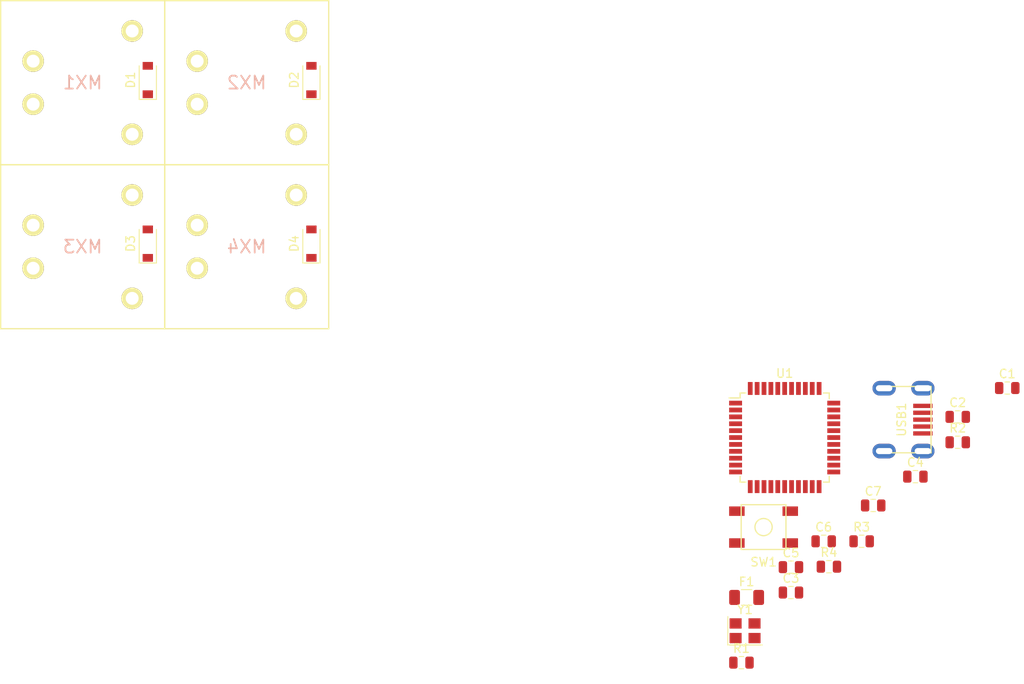
<source format=kicad_pcb>
(kicad_pcb (version 20171130) (host pcbnew "(5.1.2)-2")

  (general
    (thickness 1.6)
    (drawings 0)
    (tracks 0)
    (zones 0)
    (modules 24)
    (nets 49)
  )

  (page A4)
  (layers
    (0 F.Cu signal)
    (31 B.Cu signal)
    (32 B.Adhes user)
    (33 F.Adhes user)
    (34 B.Paste user)
    (35 F.Paste user)
    (36 B.SilkS user)
    (37 F.SilkS user)
    (38 B.Mask user)
    (39 F.Mask user)
    (40 Dwgs.User user)
    (41 Cmts.User user)
    (42 Eco1.User user)
    (43 Eco2.User user)
    (44 Edge.Cuts user)
    (45 Margin user)
    (46 B.CrtYd user)
    (47 F.CrtYd user)
    (48 B.Fab user)
    (49 F.Fab user)
  )

  (setup
    (last_trace_width 0.25)
    (trace_clearance 0.2)
    (zone_clearance 0.508)
    (zone_45_only no)
    (trace_min 0.2)
    (via_size 0.8)
    (via_drill 0.4)
    (via_min_size 0.4)
    (via_min_drill 0.3)
    (uvia_size 0.3)
    (uvia_drill 0.1)
    (uvias_allowed no)
    (uvia_min_size 0.2)
    (uvia_min_drill 0.1)
    (edge_width 0.05)
    (segment_width 0.2)
    (pcb_text_width 0.3)
    (pcb_text_size 1.5 1.5)
    (mod_edge_width 0.12)
    (mod_text_size 1 1)
    (mod_text_width 0.15)
    (pad_size 1.524 1.524)
    (pad_drill 0.762)
    (pad_to_mask_clearance 0.051)
    (solder_mask_min_width 0.25)
    (aux_axis_origin 0 0)
    (visible_elements 7FFFFFFF)
    (pcbplotparams
      (layerselection 0x010fc_ffffffff)
      (usegerberextensions false)
      (usegerberattributes false)
      (usegerberadvancedattributes false)
      (creategerberjobfile false)
      (excludeedgelayer true)
      (linewidth 0.100000)
      (plotframeref false)
      (viasonmask false)
      (mode 1)
      (useauxorigin false)
      (hpglpennumber 1)
      (hpglpenspeed 20)
      (hpglpendiameter 15.000000)
      (psnegative false)
      (psa4output false)
      (plotreference true)
      (plotvalue true)
      (plotinvisibletext false)
      (padsonsilk false)
      (subtractmaskfromsilk false)
      (outputformat 1)
      (mirror false)
      (drillshape 1)
      (scaleselection 1)
      (outputdirectory ""))
  )

  (net 0 "")
  (net 1 GND)
  (net 2 "Net-(C1-Pad1)")
  (net 3 "Net-(C2-Pad1)")
  (net 4 "Net-(C3-Pad1)")
  (net 5 +5V)
  (net 6 "Net-(D1-Pad2)")
  (net 7 ROW0)
  (net 8 "Net-(D2-Pad2)")
  (net 9 "Net-(D3-Pad2)")
  (net 10 ROW1)
  (net 11 "Net-(D4-Pad2)")
  (net 12 VCC)
  (net 13 COL0)
  (net 14 COL1)
  (net 15 "Net-(R1-Pad2)")
  (net 16 D+)
  (net 17 "Net-(R2-Pad1)")
  (net 18 D-)
  (net 19 "Net-(R3-Pad1)")
  (net 20 "Net-(R4-Pad2)")
  (net 21 "Net-(U1-Pad42)")
  (net 22 "Net-(U1-Pad41)")
  (net 23 "Net-(U1-Pad40)")
  (net 24 "Net-(U1-Pad39)")
  (net 25 "Net-(U1-Pad38)")
  (net 26 "Net-(U1-Pad37)")
  (net 27 "Net-(U1-Pad36)")
  (net 28 "Net-(U1-Pad32)")
  (net 29 "Net-(U1-Pad31)")
  (net 30 "Net-(U1-Pad30)")
  (net 31 "Net-(U1-Pad29)")
  (net 32 "Net-(U1-Pad28)")
  (net 33 "Net-(U1-Pad27)")
  (net 34 "Net-(U1-Pad26)")
  (net 35 "Net-(U1-Pad25)")
  (net 36 "Net-(U1-Pad22)")
  (net 37 "Net-(U1-Pad21)")
  (net 38 "Net-(U1-Pad20)")
  (net 39 "Net-(U1-Pad19)")
  (net 40 "Net-(U1-Pad18)")
  (net 41 "Net-(U1-Pad12)")
  (net 42 "Net-(U1-Pad11)")
  (net 43 "Net-(U1-Pad10)")
  (net 44 "Net-(U1-Pad9)")
  (net 45 "Net-(U1-Pad8)")
  (net 46 "Net-(U1-Pad1)")
  (net 47 "Net-(USB1-Pad6)")
  (net 48 "Net-(USB1-Pad2)")

  (net_class Default "This is the default net class."
    (clearance 0.2)
    (trace_width 0.25)
    (via_dia 0.8)
    (via_drill 0.4)
    (uvia_dia 0.3)
    (uvia_drill 0.1)
    (add_net +5V)
    (add_net COL0)
    (add_net COL1)
    (add_net D+)
    (add_net D-)
    (add_net GND)
    (add_net "Net-(C1-Pad1)")
    (add_net "Net-(C2-Pad1)")
    (add_net "Net-(C3-Pad1)")
    (add_net "Net-(D1-Pad2)")
    (add_net "Net-(D2-Pad2)")
    (add_net "Net-(D3-Pad2)")
    (add_net "Net-(D4-Pad2)")
    (add_net "Net-(R1-Pad2)")
    (add_net "Net-(R2-Pad1)")
    (add_net "Net-(R3-Pad1)")
    (add_net "Net-(R4-Pad2)")
    (add_net "Net-(U1-Pad1)")
    (add_net "Net-(U1-Pad10)")
    (add_net "Net-(U1-Pad11)")
    (add_net "Net-(U1-Pad12)")
    (add_net "Net-(U1-Pad18)")
    (add_net "Net-(U1-Pad19)")
    (add_net "Net-(U1-Pad20)")
    (add_net "Net-(U1-Pad21)")
    (add_net "Net-(U1-Pad22)")
    (add_net "Net-(U1-Pad25)")
    (add_net "Net-(U1-Pad26)")
    (add_net "Net-(U1-Pad27)")
    (add_net "Net-(U1-Pad28)")
    (add_net "Net-(U1-Pad29)")
    (add_net "Net-(U1-Pad30)")
    (add_net "Net-(U1-Pad31)")
    (add_net "Net-(U1-Pad32)")
    (add_net "Net-(U1-Pad36)")
    (add_net "Net-(U1-Pad37)")
    (add_net "Net-(U1-Pad38)")
    (add_net "Net-(U1-Pad39)")
    (add_net "Net-(U1-Pad40)")
    (add_net "Net-(U1-Pad41)")
    (add_net "Net-(U1-Pad42)")
    (add_net "Net-(U1-Pad8)")
    (add_net "Net-(U1-Pad9)")
    (add_net "Net-(USB1-Pad2)")
    (add_net "Net-(USB1-Pad6)")
    (add_net ROW0)
    (add_net ROW1)
    (add_net VCC)
  )

  (module Crystal:Crystal_SMD_3225-4Pin_3.2x2.5mm (layer F.Cu) (tedit 5A0FD1B2) (tstamp 5D3F643E)
    (at 116.362 92.96)
    (descr "SMD Crystal SERIES SMD3225/4 http://www.txccrystal.com/images/pdf/7m-accuracy.pdf, 3.2x2.5mm^2 package")
    (tags "SMD SMT crystal")
    (path /5D3F45B4)
    (attr smd)
    (fp_text reference Y1 (at 0 -2.45) (layer F.SilkS)
      (effects (font (size 1 1) (thickness 0.15)))
    )
    (fp_text value 16MHz (at 0 2.45) (layer F.Fab)
      (effects (font (size 1 1) (thickness 0.15)))
    )
    (fp_line (start 2.1 -1.7) (end -2.1 -1.7) (layer F.CrtYd) (width 0.05))
    (fp_line (start 2.1 1.7) (end 2.1 -1.7) (layer F.CrtYd) (width 0.05))
    (fp_line (start -2.1 1.7) (end 2.1 1.7) (layer F.CrtYd) (width 0.05))
    (fp_line (start -2.1 -1.7) (end -2.1 1.7) (layer F.CrtYd) (width 0.05))
    (fp_line (start -2 1.65) (end 2 1.65) (layer F.SilkS) (width 0.12))
    (fp_line (start -2 -1.65) (end -2 1.65) (layer F.SilkS) (width 0.12))
    (fp_line (start -1.6 0.25) (end -0.6 1.25) (layer F.Fab) (width 0.1))
    (fp_line (start 1.6 -1.25) (end -1.6 -1.25) (layer F.Fab) (width 0.1))
    (fp_line (start 1.6 1.25) (end 1.6 -1.25) (layer F.Fab) (width 0.1))
    (fp_line (start -1.6 1.25) (end 1.6 1.25) (layer F.Fab) (width 0.1))
    (fp_line (start -1.6 -1.25) (end -1.6 1.25) (layer F.Fab) (width 0.1))
    (fp_text user %R (at 0 0) (layer F.Fab)
      (effects (font (size 0.7 0.7) (thickness 0.105)))
    )
    (pad 4 smd rect (at -1.1 -0.85) (size 1.4 1.2) (layers F.Cu F.Paste F.Mask)
      (net 1 GND))
    (pad 3 smd rect (at 1.1 -0.85) (size 1.4 1.2) (layers F.Cu F.Paste F.Mask)
      (net 3 "Net-(C2-Pad1)"))
    (pad 2 smd rect (at 1.1 0.85) (size 1.4 1.2) (layers F.Cu F.Paste F.Mask)
      (net 1 GND))
    (pad 1 smd rect (at -1.1 0.85) (size 1.4 1.2) (layers F.Cu F.Paste F.Mask)
      (net 2 "Net-(C1-Pad1)"))
    (model ${KISYS3DMOD}/Crystal.3dshapes/Crystal_SMD_3225-4Pin_3.2x2.5mm.wrl
      (at (xyz 0 0 0))
      (scale (xyz 1 1 1))
      (rotate (xyz 0 0 0))
    )
  )

  (module random-keyboard-parts:Molex-0548190589 (layer F.Cu) (tedit 5C494815) (tstamp 5D3F6483)
    (at 132.512 68.442)
    (path /5D405392)
    (attr smd)
    (fp_text reference USB1 (at 2.032 0 90) (layer F.SilkS)
      (effects (font (size 1 1) (thickness 0.15)))
    )
    (fp_text value Molex-0548190589 (at -5.08 0 90) (layer Dwgs.User)
      (effects (font (size 1 1) (thickness 0.15)))
    )
    (fp_text user %R (at 2 0 90) (layer F.CrtYd)
      (effects (font (size 1 1) (thickness 0.15)))
    )
    (fp_line (start 3.25 -1.25) (end 5.5 -1.25) (layer F.CrtYd) (width 0.15))
    (fp_line (start 5.5 -0.5) (end 3.25 -0.5) (layer F.CrtYd) (width 0.15))
    (fp_line (start 3.25 0.5) (end 5.5 0.5) (layer F.CrtYd) (width 0.15))
    (fp_line (start 5.5 1.25) (end 3.25 1.25) (layer F.CrtYd) (width 0.15))
    (fp_line (start 3.25 2) (end 5.5 2) (layer F.CrtYd) (width 0.15))
    (fp_line (start 3.25 -2) (end 3.25 2) (layer F.CrtYd) (width 0.15))
    (fp_line (start 5.5 -2) (end 3.25 -2) (layer F.CrtYd) (width 0.15))
    (fp_line (start -3.75 3.75) (end -3.75 -3.75) (layer F.CrtYd) (width 0.15))
    (fp_line (start 5.5 3.75) (end -3.75 3.75) (layer F.CrtYd) (width 0.15))
    (fp_line (start 5.5 -3.75) (end 5.5 3.75) (layer F.CrtYd) (width 0.15))
    (fp_line (start -3.75 -3.75) (end 5.5 -3.75) (layer F.CrtYd) (width 0.15))
    (fp_line (start 0 -3.85) (end 5.45 -3.85) (layer F.SilkS) (width 0.15))
    (fp_line (start 0 3.85) (end 5.45 3.85) (layer F.SilkS) (width 0.15))
    (fp_line (start 5.45 -3.85) (end 5.45 3.85) (layer F.SilkS) (width 0.15))
    (fp_line (start -3.75 -3.85) (end 0 -3.85) (layer Dwgs.User) (width 0.15))
    (fp_line (start -3.75 3.85) (end 0 3.85) (layer Dwgs.User) (width 0.15))
    (fp_line (start -1.75 -4.572) (end -1.75 4.572) (layer Dwgs.User) (width 0.15))
    (fp_line (start -3.75 -3.85) (end -3.75 3.85) (layer Dwgs.User) (width 0.15))
    (pad 6 thru_hole oval (at 0 -3.65) (size 2.7 1.7) (drill oval 1.9 0.7) (layers *.Cu *.Mask)
      (net 47 "Net-(USB1-Pad6)"))
    (pad 6 thru_hole oval (at 0 3.65) (size 2.7 1.7) (drill oval 1.9 0.7) (layers *.Cu *.Mask)
      (net 47 "Net-(USB1-Pad6)"))
    (pad 6 thru_hole oval (at 4.5 3.65) (size 2.7 1.7) (drill oval 1.9 0.7) (layers *.Cu *.Mask)
      (net 47 "Net-(USB1-Pad6)"))
    (pad 6 thru_hole oval (at 4.5 -3.65) (size 2.7 1.7) (drill oval 1.9 0.7) (layers *.Cu *.Mask)
      (net 47 "Net-(USB1-Pad6)"))
    (pad 5 smd rect (at 4.5 -1.6) (size 2.25 0.5) (layers F.Cu F.Paste F.Mask)
      (net 12 VCC))
    (pad 4 smd rect (at 4.5 -0.8) (size 2.25 0.5) (layers F.Cu F.Paste F.Mask)
      (net 18 D-))
    (pad 3 smd rect (at 4.5 0) (size 2.25 0.5) (layers F.Cu F.Paste F.Mask)
      (net 16 D+))
    (pad 2 smd rect (at 4.5 0.8) (size 2.25 0.5) (layers F.Cu F.Paste F.Mask)
      (net 48 "Net-(USB1-Pad2)"))
    (pad 1 smd rect (at 4.5 1.6) (size 2.25 0.5) (layers F.Cu F.Paste F.Mask)
      (net 1 GND))
  )

  (module Package_QFP:TQFP-44_10x10mm_P0.8mm (layer F.Cu) (tedit 5A02F146) (tstamp 5D3F6503)
    (at 120.962 70.52)
    (descr "44-Lead Plastic Thin Quad Flatpack (PT) - 10x10x1.0 mm Body [TQFP] (see Microchip Packaging Specification 00000049BS.pdf)")
    (tags "QFP 0.8")
    (path /5D3DD38E)
    (attr smd)
    (fp_text reference U1 (at 0 -7.45) (layer F.SilkS)
      (effects (font (size 1 1) (thickness 0.15)))
    )
    (fp_text value ATmega32U4-AU (at 0 7.45) (layer F.Fab)
      (effects (font (size 1 1) (thickness 0.15)))
    )
    (fp_line (start -5.175 -4.6) (end -6.45 -4.6) (layer F.SilkS) (width 0.15))
    (fp_line (start 5.175 -5.175) (end 4.5 -5.175) (layer F.SilkS) (width 0.15))
    (fp_line (start 5.175 5.175) (end 4.5 5.175) (layer F.SilkS) (width 0.15))
    (fp_line (start -5.175 5.175) (end -4.5 5.175) (layer F.SilkS) (width 0.15))
    (fp_line (start -5.175 -5.175) (end -4.5 -5.175) (layer F.SilkS) (width 0.15))
    (fp_line (start -5.175 5.175) (end -5.175 4.5) (layer F.SilkS) (width 0.15))
    (fp_line (start 5.175 5.175) (end 5.175 4.5) (layer F.SilkS) (width 0.15))
    (fp_line (start 5.175 -5.175) (end 5.175 -4.5) (layer F.SilkS) (width 0.15))
    (fp_line (start -5.175 -5.175) (end -5.175 -4.6) (layer F.SilkS) (width 0.15))
    (fp_line (start -6.7 6.7) (end 6.7 6.7) (layer F.CrtYd) (width 0.05))
    (fp_line (start -6.7 -6.7) (end 6.7 -6.7) (layer F.CrtYd) (width 0.05))
    (fp_line (start 6.7 -6.7) (end 6.7 6.7) (layer F.CrtYd) (width 0.05))
    (fp_line (start -6.7 -6.7) (end -6.7 6.7) (layer F.CrtYd) (width 0.05))
    (fp_line (start -5 -4) (end -4 -5) (layer F.Fab) (width 0.15))
    (fp_line (start -5 5) (end -5 -4) (layer F.Fab) (width 0.15))
    (fp_line (start 5 5) (end -5 5) (layer F.Fab) (width 0.15))
    (fp_line (start 5 -5) (end 5 5) (layer F.Fab) (width 0.15))
    (fp_line (start -4 -5) (end 5 -5) (layer F.Fab) (width 0.15))
    (fp_text user %R (at 0 0) (layer F.Fab)
      (effects (font (size 1 1) (thickness 0.15)))
    )
    (pad 44 smd rect (at -4 -5.7 90) (size 1.5 0.55) (layers F.Cu F.Paste F.Mask)
      (net 5 +5V))
    (pad 43 smd rect (at -3.2 -5.7 90) (size 1.5 0.55) (layers F.Cu F.Paste F.Mask)
      (net 1 GND))
    (pad 42 smd rect (at -2.4 -5.7 90) (size 1.5 0.55) (layers F.Cu F.Paste F.Mask)
      (net 21 "Net-(U1-Pad42)"))
    (pad 41 smd rect (at -1.6 -5.7 90) (size 1.5 0.55) (layers F.Cu F.Paste F.Mask)
      (net 22 "Net-(U1-Pad41)"))
    (pad 40 smd rect (at -0.8 -5.7 90) (size 1.5 0.55) (layers F.Cu F.Paste F.Mask)
      (net 23 "Net-(U1-Pad40)"))
    (pad 39 smd rect (at 0 -5.7 90) (size 1.5 0.55) (layers F.Cu F.Paste F.Mask)
      (net 24 "Net-(U1-Pad39)"))
    (pad 38 smd rect (at 0.8 -5.7 90) (size 1.5 0.55) (layers F.Cu F.Paste F.Mask)
      (net 25 "Net-(U1-Pad38)"))
    (pad 37 smd rect (at 1.6 -5.7 90) (size 1.5 0.55) (layers F.Cu F.Paste F.Mask)
      (net 26 "Net-(U1-Pad37)"))
    (pad 36 smd rect (at 2.4 -5.7 90) (size 1.5 0.55) (layers F.Cu F.Paste F.Mask)
      (net 27 "Net-(U1-Pad36)"))
    (pad 35 smd rect (at 3.2 -5.7 90) (size 1.5 0.55) (layers F.Cu F.Paste F.Mask)
      (net 1 GND))
    (pad 34 smd rect (at 4 -5.7 90) (size 1.5 0.55) (layers F.Cu F.Paste F.Mask)
      (net 5 +5V))
    (pad 33 smd rect (at 5.7 -4) (size 1.5 0.55) (layers F.Cu F.Paste F.Mask)
      (net 20 "Net-(R4-Pad2)"))
    (pad 32 smd rect (at 5.7 -3.2) (size 1.5 0.55) (layers F.Cu F.Paste F.Mask)
      (net 28 "Net-(U1-Pad32)"))
    (pad 31 smd rect (at 5.7 -2.4) (size 1.5 0.55) (layers F.Cu F.Paste F.Mask)
      (net 29 "Net-(U1-Pad31)"))
    (pad 30 smd rect (at 5.7 -1.6) (size 1.5 0.55) (layers F.Cu F.Paste F.Mask)
      (net 30 "Net-(U1-Pad30)"))
    (pad 29 smd rect (at 5.7 -0.8) (size 1.5 0.55) (layers F.Cu F.Paste F.Mask)
      (net 31 "Net-(U1-Pad29)"))
    (pad 28 smd rect (at 5.7 0) (size 1.5 0.55) (layers F.Cu F.Paste F.Mask)
      (net 32 "Net-(U1-Pad28)"))
    (pad 27 smd rect (at 5.7 0.8) (size 1.5 0.55) (layers F.Cu F.Paste F.Mask)
      (net 33 "Net-(U1-Pad27)"))
    (pad 26 smd rect (at 5.7 1.6) (size 1.5 0.55) (layers F.Cu F.Paste F.Mask)
      (net 34 "Net-(U1-Pad26)"))
    (pad 25 smd rect (at 5.7 2.4) (size 1.5 0.55) (layers F.Cu F.Paste F.Mask)
      (net 35 "Net-(U1-Pad25)"))
    (pad 24 smd rect (at 5.7 3.2) (size 1.5 0.55) (layers F.Cu F.Paste F.Mask)
      (net 5 +5V))
    (pad 23 smd rect (at 5.7 4) (size 1.5 0.55) (layers F.Cu F.Paste F.Mask)
      (net 1 GND))
    (pad 22 smd rect (at 4 5.7 90) (size 1.5 0.55) (layers F.Cu F.Paste F.Mask)
      (net 36 "Net-(U1-Pad22)"))
    (pad 21 smd rect (at 3.2 5.7 90) (size 1.5 0.55) (layers F.Cu F.Paste F.Mask)
      (net 37 "Net-(U1-Pad21)"))
    (pad 20 smd rect (at 2.4 5.7 90) (size 1.5 0.55) (layers F.Cu F.Paste F.Mask)
      (net 38 "Net-(U1-Pad20)"))
    (pad 19 smd rect (at 1.6 5.7 90) (size 1.5 0.55) (layers F.Cu F.Paste F.Mask)
      (net 39 "Net-(U1-Pad19)"))
    (pad 18 smd rect (at 0.8 5.7 90) (size 1.5 0.55) (layers F.Cu F.Paste F.Mask)
      (net 40 "Net-(U1-Pad18)"))
    (pad 17 smd rect (at 0 5.7 90) (size 1.5 0.55) (layers F.Cu F.Paste F.Mask)
      (net 2 "Net-(C1-Pad1)"))
    (pad 16 smd rect (at -0.8 5.7 90) (size 1.5 0.55) (layers F.Cu F.Paste F.Mask)
      (net 3 "Net-(C2-Pad1)"))
    (pad 15 smd rect (at -1.6 5.7 90) (size 1.5 0.55) (layers F.Cu F.Paste F.Mask)
      (net 1 GND))
    (pad 14 smd rect (at -2.4 5.7 90) (size 1.5 0.55) (layers F.Cu F.Paste F.Mask)
      (net 5 +5V))
    (pad 13 smd rect (at -3.2 5.7 90) (size 1.5 0.55) (layers F.Cu F.Paste F.Mask)
      (net 15 "Net-(R1-Pad2)"))
    (pad 12 smd rect (at -4 5.7 90) (size 1.5 0.55) (layers F.Cu F.Paste F.Mask)
      (net 41 "Net-(U1-Pad12)"))
    (pad 11 smd rect (at -5.7 4) (size 1.5 0.55) (layers F.Cu F.Paste F.Mask)
      (net 42 "Net-(U1-Pad11)"))
    (pad 10 smd rect (at -5.7 3.2) (size 1.5 0.55) (layers F.Cu F.Paste F.Mask)
      (net 43 "Net-(U1-Pad10)"))
    (pad 9 smd rect (at -5.7 2.4) (size 1.5 0.55) (layers F.Cu F.Paste F.Mask)
      (net 44 "Net-(U1-Pad9)"))
    (pad 8 smd rect (at -5.7 1.6) (size 1.5 0.55) (layers F.Cu F.Paste F.Mask)
      (net 45 "Net-(U1-Pad8)"))
    (pad 7 smd rect (at -5.7 0.8) (size 1.5 0.55) (layers F.Cu F.Paste F.Mask)
      (net 5 +5V))
    (pad 6 smd rect (at -5.7 0) (size 1.5 0.55) (layers F.Cu F.Paste F.Mask)
      (net 4 "Net-(C3-Pad1)"))
    (pad 5 smd rect (at -5.7 -0.8) (size 1.5 0.55) (layers F.Cu F.Paste F.Mask)
      (net 1 GND))
    (pad 4 smd rect (at -5.7 -1.6) (size 1.5 0.55) (layers F.Cu F.Paste F.Mask)
      (net 17 "Net-(R2-Pad1)"))
    (pad 3 smd rect (at -5.7 -2.4) (size 1.5 0.55) (layers F.Cu F.Paste F.Mask)
      (net 19 "Net-(R3-Pad1)"))
    (pad 2 smd rect (at -5.7 -3.2) (size 1.5 0.55) (layers F.Cu F.Paste F.Mask)
      (net 5 +5V))
    (pad 1 smd rect (at -5.7 -4) (size 1.5 0.55) (layers F.Cu F.Paste F.Mask)
      (net 46 "Net-(U1-Pad1)"))
    (model ${KISYS3DMOD}/Package_QFP.3dshapes/TQFP-44_10x10mm_P0.8mm.wrl
      (at (xyz 0 0 0))
      (scale (xyz 1 1 1))
      (rotate (xyz 0 0 0))
    )
  )

  (module random-keyboard-parts:SKQG-1155865 (layer F.Cu) (tedit 5C42C5DE) (tstamp 5D3F65A4)
    (at 118.512 80.92)
    (path /5D3FF1B3)
    (attr smd)
    (fp_text reference SW1 (at 0 4.064) (layer F.SilkS)
      (effects (font (size 1 1) (thickness 0.15)))
    )
    (fp_text value SW_Push (at 0 -4.064) (layer F.Fab)
      (effects (font (size 1 1) (thickness 0.15)))
    )
    (fp_line (start -2.6 -2.6) (end 2.6 -2.6) (layer F.SilkS) (width 0.15))
    (fp_line (start 2.6 -2.6) (end 2.6 2.6) (layer F.SilkS) (width 0.15))
    (fp_line (start 2.6 2.6) (end -2.6 2.6) (layer F.SilkS) (width 0.15))
    (fp_line (start -2.6 2.6) (end -2.6 -2.6) (layer F.SilkS) (width 0.15))
    (fp_circle (center 0 0) (end 1 0) (layer F.SilkS) (width 0.15))
    (fp_line (start -4.2 -2.6) (end 4.2 -2.6) (layer F.Fab) (width 0.15))
    (fp_line (start 4.2 -2.6) (end 4.2 -1.2) (layer F.Fab) (width 0.15))
    (fp_line (start 4.2 -1.1) (end 2.6 -1.1) (layer F.Fab) (width 0.15))
    (fp_line (start 2.6 -1.1) (end 2.6 1.1) (layer F.Fab) (width 0.15))
    (fp_line (start 2.6 1.1) (end 4.2 1.1) (layer F.Fab) (width 0.15))
    (fp_line (start 4.2 1.1) (end 4.2 2.6) (layer F.Fab) (width 0.15))
    (fp_line (start 4.2 2.6) (end -4.2 2.6) (layer F.Fab) (width 0.15))
    (fp_line (start -4.2 2.6) (end -4.2 1.1) (layer F.Fab) (width 0.15))
    (fp_line (start -4.2 1.1) (end -2.6 1.1) (layer F.Fab) (width 0.15))
    (fp_line (start -2.6 1.1) (end -2.6 -1.1) (layer F.Fab) (width 0.15))
    (fp_line (start -2.6 -1.1) (end -4.2 -1.1) (layer F.Fab) (width 0.15))
    (fp_line (start -4.2 -1.1) (end -4.2 -2.6) (layer F.Fab) (width 0.15))
    (fp_circle (center 0 0) (end 1 0) (layer F.Fab) (width 0.15))
    (fp_line (start -2.6 -1.1) (end -1.1 -2.6) (layer F.Fab) (width 0.15))
    (fp_line (start 2.6 -1.1) (end 1.1 -2.6) (layer F.Fab) (width 0.15))
    (fp_line (start 2.6 1.1) (end 1.1 2.6) (layer F.Fab) (width 0.15))
    (fp_line (start -2.6 1.1) (end -1.1 2.6) (layer F.Fab) (width 0.15))
    (pad 4 smd rect (at -3.1 1.85) (size 1.8 1.1) (layers F.Cu F.Paste F.Mask))
    (pad 3 smd rect (at 3.1 -1.85) (size 1.8 1.1) (layers F.Cu F.Paste F.Mask))
    (pad 2 smd rect (at -3.1 -1.85) (size 1.8 1.1) (layers F.Cu F.Paste F.Mask)
      (net 15 "Net-(R1-Pad2)"))
    (pad 1 smd rect (at 3.1 1.85) (size 1.8 1.1) (layers F.Cu F.Paste F.Mask)
      (net 1 GND))
  )

  (module Resistor_SMD:R_0805_2012Metric (layer F.Cu) (tedit 5B36C52B) (tstamp 5D3F65EE)
    (at 126.102 85.52)
    (descr "Resistor SMD 0805 (2012 Metric), square (rectangular) end terminal, IPC_7351 nominal, (Body size source: https://docs.google.com/spreadsheets/d/1BsfQQcO9C6DZCsRaXUlFlo91Tg2WpOkGARC1WS5S8t0/edit?usp=sharing), generated with kicad-footprint-generator")
    (tags resistor)
    (path /5D3E197D)
    (attr smd)
    (fp_text reference R4 (at 0 -1.65) (layer F.SilkS)
      (effects (font (size 1 1) (thickness 0.15)))
    )
    (fp_text value 10k (at 0 1.65) (layer F.Fab)
      (effects (font (size 1 1) (thickness 0.15)))
    )
    (fp_text user %R (at 0 0) (layer F.Fab)
      (effects (font (size 0.5 0.5) (thickness 0.08)))
    )
    (fp_line (start 1.68 0.95) (end -1.68 0.95) (layer F.CrtYd) (width 0.05))
    (fp_line (start 1.68 -0.95) (end 1.68 0.95) (layer F.CrtYd) (width 0.05))
    (fp_line (start -1.68 -0.95) (end 1.68 -0.95) (layer F.CrtYd) (width 0.05))
    (fp_line (start -1.68 0.95) (end -1.68 -0.95) (layer F.CrtYd) (width 0.05))
    (fp_line (start -0.258578 0.71) (end 0.258578 0.71) (layer F.SilkS) (width 0.12))
    (fp_line (start -0.258578 -0.71) (end 0.258578 -0.71) (layer F.SilkS) (width 0.12))
    (fp_line (start 1 0.6) (end -1 0.6) (layer F.Fab) (width 0.1))
    (fp_line (start 1 -0.6) (end 1 0.6) (layer F.Fab) (width 0.1))
    (fp_line (start -1 -0.6) (end 1 -0.6) (layer F.Fab) (width 0.1))
    (fp_line (start -1 0.6) (end -1 -0.6) (layer F.Fab) (width 0.1))
    (pad 2 smd roundrect (at 0.9375 0) (size 0.975 1.4) (layers F.Cu F.Paste F.Mask) (roundrect_rratio 0.25)
      (net 20 "Net-(R4-Pad2)"))
    (pad 1 smd roundrect (at -0.9375 0) (size 0.975 1.4) (layers F.Cu F.Paste F.Mask) (roundrect_rratio 0.25)
      (net 1 GND))
    (model ${KISYS3DMOD}/Resistor_SMD.3dshapes/R_0805_2012Metric.wrl
      (at (xyz 0 0 0))
      (scale (xyz 1 1 1))
      (rotate (xyz 0 0 0))
    )
  )

  (module Resistor_SMD:R_0805_2012Metric (layer F.Cu) (tedit 5B36C52B) (tstamp 5D3F661E)
    (at 129.902 82.57)
    (descr "Resistor SMD 0805 (2012 Metric), square (rectangular) end terminal, IPC_7351 nominal, (Body size source: https://docs.google.com/spreadsheets/d/1BsfQQcO9C6DZCsRaXUlFlo91Tg2WpOkGARC1WS5S8t0/edit?usp=sharing), generated with kicad-footprint-generator")
    (tags resistor)
    (path /5D3E4FC0)
    (attr smd)
    (fp_text reference R3 (at 0 -1.65) (layer F.SilkS)
      (effects (font (size 1 1) (thickness 0.15)))
    )
    (fp_text value 22 (at 0 1.65) (layer F.Fab)
      (effects (font (size 1 1) (thickness 0.15)))
    )
    (fp_text user %R (at 0 0) (layer F.Fab)
      (effects (font (size 0.5 0.5) (thickness 0.08)))
    )
    (fp_line (start 1.68 0.95) (end -1.68 0.95) (layer F.CrtYd) (width 0.05))
    (fp_line (start 1.68 -0.95) (end 1.68 0.95) (layer F.CrtYd) (width 0.05))
    (fp_line (start -1.68 -0.95) (end 1.68 -0.95) (layer F.CrtYd) (width 0.05))
    (fp_line (start -1.68 0.95) (end -1.68 -0.95) (layer F.CrtYd) (width 0.05))
    (fp_line (start -0.258578 0.71) (end 0.258578 0.71) (layer F.SilkS) (width 0.12))
    (fp_line (start -0.258578 -0.71) (end 0.258578 -0.71) (layer F.SilkS) (width 0.12))
    (fp_line (start 1 0.6) (end -1 0.6) (layer F.Fab) (width 0.1))
    (fp_line (start 1 -0.6) (end 1 0.6) (layer F.Fab) (width 0.1))
    (fp_line (start -1 -0.6) (end 1 -0.6) (layer F.Fab) (width 0.1))
    (fp_line (start -1 0.6) (end -1 -0.6) (layer F.Fab) (width 0.1))
    (pad 2 smd roundrect (at 0.9375 0) (size 0.975 1.4) (layers F.Cu F.Paste F.Mask) (roundrect_rratio 0.25)
      (net 18 D-))
    (pad 1 smd roundrect (at -0.9375 0) (size 0.975 1.4) (layers F.Cu F.Paste F.Mask) (roundrect_rratio 0.25)
      (net 19 "Net-(R3-Pad1)"))
    (model ${KISYS3DMOD}/Resistor_SMD.3dshapes/R_0805_2012Metric.wrl
      (at (xyz 0 0 0))
      (scale (xyz 1 1 1))
      (rotate (xyz 0 0 0))
    )
  )

  (module Resistor_SMD:R_0805_2012Metric (layer F.Cu) (tedit 5B36C52B) (tstamp 5D3F664E)
    (at 141.062 71.07)
    (descr "Resistor SMD 0805 (2012 Metric), square (rectangular) end terminal, IPC_7351 nominal, (Body size source: https://docs.google.com/spreadsheets/d/1BsfQQcO9C6DZCsRaXUlFlo91Tg2WpOkGARC1WS5S8t0/edit?usp=sharing), generated with kicad-footprint-generator")
    (tags resistor)
    (path /5D3E4BE4)
    (attr smd)
    (fp_text reference R2 (at 0 -1.65) (layer F.SilkS)
      (effects (font (size 1 1) (thickness 0.15)))
    )
    (fp_text value 22 (at 0 1.65) (layer F.Fab)
      (effects (font (size 1 1) (thickness 0.15)))
    )
    (fp_text user %R (at 0 0) (layer F.Fab)
      (effects (font (size 0.5 0.5) (thickness 0.08)))
    )
    (fp_line (start 1.68 0.95) (end -1.68 0.95) (layer F.CrtYd) (width 0.05))
    (fp_line (start 1.68 -0.95) (end 1.68 0.95) (layer F.CrtYd) (width 0.05))
    (fp_line (start -1.68 -0.95) (end 1.68 -0.95) (layer F.CrtYd) (width 0.05))
    (fp_line (start -1.68 0.95) (end -1.68 -0.95) (layer F.CrtYd) (width 0.05))
    (fp_line (start -0.258578 0.71) (end 0.258578 0.71) (layer F.SilkS) (width 0.12))
    (fp_line (start -0.258578 -0.71) (end 0.258578 -0.71) (layer F.SilkS) (width 0.12))
    (fp_line (start 1 0.6) (end -1 0.6) (layer F.Fab) (width 0.1))
    (fp_line (start 1 -0.6) (end 1 0.6) (layer F.Fab) (width 0.1))
    (fp_line (start -1 -0.6) (end 1 -0.6) (layer F.Fab) (width 0.1))
    (fp_line (start -1 0.6) (end -1 -0.6) (layer F.Fab) (width 0.1))
    (pad 2 smd roundrect (at 0.9375 0) (size 0.975 1.4) (layers F.Cu F.Paste F.Mask) (roundrect_rratio 0.25)
      (net 16 D+))
    (pad 1 smd roundrect (at -0.9375 0) (size 0.975 1.4) (layers F.Cu F.Paste F.Mask) (roundrect_rratio 0.25)
      (net 17 "Net-(R2-Pad1)"))
    (model ${KISYS3DMOD}/Resistor_SMD.3dshapes/R_0805_2012Metric.wrl
      (at (xyz 0 0 0))
      (scale (xyz 1 1 1))
      (rotate (xyz 0 0 0))
    )
  )

  (module Resistor_SMD:R_0805_2012Metric (layer F.Cu) (tedit 5B36C52B) (tstamp 5D3F68EB)
    (at 115.942 96.66)
    (descr "Resistor SMD 0805 (2012 Metric), square (rectangular) end terminal, IPC_7351 nominal, (Body size source: https://docs.google.com/spreadsheets/d/1BsfQQcO9C6DZCsRaXUlFlo91Tg2WpOkGARC1WS5S8t0/edit?usp=sharing), generated with kicad-footprint-generator")
    (tags resistor)
    (path /5D40360A)
    (attr smd)
    (fp_text reference R1 (at 0 -1.65) (layer F.SilkS)
      (effects (font (size 1 1) (thickness 0.15)))
    )
    (fp_text value 10k (at 0 1.65) (layer F.Fab)
      (effects (font (size 1 1) (thickness 0.15)))
    )
    (fp_text user %R (at 0 0) (layer F.Fab)
      (effects (font (size 0.5 0.5) (thickness 0.08)))
    )
    (fp_line (start 1.68 0.95) (end -1.68 0.95) (layer F.CrtYd) (width 0.05))
    (fp_line (start 1.68 -0.95) (end 1.68 0.95) (layer F.CrtYd) (width 0.05))
    (fp_line (start -1.68 -0.95) (end 1.68 -0.95) (layer F.CrtYd) (width 0.05))
    (fp_line (start -1.68 0.95) (end -1.68 -0.95) (layer F.CrtYd) (width 0.05))
    (fp_line (start -0.258578 0.71) (end 0.258578 0.71) (layer F.SilkS) (width 0.12))
    (fp_line (start -0.258578 -0.71) (end 0.258578 -0.71) (layer F.SilkS) (width 0.12))
    (fp_line (start 1 0.6) (end -1 0.6) (layer F.Fab) (width 0.1))
    (fp_line (start 1 -0.6) (end 1 0.6) (layer F.Fab) (width 0.1))
    (fp_line (start -1 -0.6) (end 1 -0.6) (layer F.Fab) (width 0.1))
    (fp_line (start -1 0.6) (end -1 -0.6) (layer F.Fab) (width 0.1))
    (pad 2 smd roundrect (at 0.9375 0) (size 0.975 1.4) (layers F.Cu F.Paste F.Mask) (roundrect_rratio 0.25)
      (net 15 "Net-(R1-Pad2)"))
    (pad 1 smd roundrect (at -0.9375 0) (size 0.975 1.4) (layers F.Cu F.Paste F.Mask) (roundrect_rratio 0.25)
      (net 5 +5V))
    (model ${KISYS3DMOD}/Resistor_SMD.3dshapes/R_0805_2012Metric.wrl
      (at (xyz 0 0 0))
      (scale (xyz 1 1 1))
      (rotate (xyz 0 0 0))
    )
  )

  (module keyboard_parts:ALPS_PLATE_SPRING (layer F.Cu) (tedit 59475B7C) (tstamp 5D3F667B)
    (at 58.484 48.356)
    (descr http://deskthority.net/wiki/File:Alps_Electric_--_spec_--_5454_31.pdf)
    (tags "ALPS, keyboard switch, SKCM, SKCL")
    (path /5D4A79D4)
    (fp_text reference MX4 (at 0 0) (layer B.SilkS)
      (effects (font (size 1.5 1.5) (thickness 0.2)) (justify mirror))
    )
    (fp_text value MX-NoLED (at 0 10.795) (layer F.SilkS) hide
      (effects (font (size 1 1) (thickness 0.15)))
    )
    (fp_line (start 9.525 -9.525) (end -9.525 -9.525) (layer F.SilkS) (width 0.15))
    (fp_line (start 9.525 9.525) (end 9.525 -9.525) (layer F.SilkS) (width 0.15))
    (fp_line (start -9.525 9.525) (end 9.525 9.525) (layer F.SilkS) (width 0.15))
    (fp_line (start -9.525 -9.525) (end -9.525 9.525) (layer F.SilkS) (width 0.15))
    (pad "" np_thru_hole circle (at 0 -6.624988 90) (size 2.54 2.54) (drill 2.54) (layers *.Cu))
    (pad 2 thru_hole circle (at -5.75 -2.5 90) (size 2.5 2.5) (drill 1.5) (layers *.Cu *.Mask F.SilkS)
      (net 11 "Net-(D4-Pad2)"))
    (pad 1 thru_hole circle (at -5.75 2.5 90) (size 2.5 2.5) (drill 1.5) (layers *.Cu *.Mask F.SilkS)
      (net 14 COL1))
    (pad 3 thru_hole circle (at 5.75 -5.999988 90) (size 2.5 2.5) (drill 1.5) (layers *.Cu *.Mask F.SilkS))
    (pad 3 thru_hole circle (at 5.75 5.999988 90) (size 2.5 2.5) (drill 1.5) (layers *.Cu *.Mask F.SilkS))
    (pad "" np_thru_hole circle (at 0 6.624988 90) (size 2.54 2.54) (drill 2.54) (layers *.Cu))
  )

  (module keyboard_parts:ALPS_PLATE_SPRING (layer F.Cu) (tedit 59475B7C) (tstamp 5D3F6AF6)
    (at 39.434 48.356)
    (descr http://deskthority.net/wiki/File:Alps_Electric_--_spec_--_5454_31.pdf)
    (tags "ALPS, keyboard switch, SKCM, SKCL")
    (path /5D4A79CE)
    (fp_text reference MX3 (at 0 0) (layer B.SilkS)
      (effects (font (size 1.5 1.5) (thickness 0.2)) (justify mirror))
    )
    (fp_text value MX-NoLED (at 0 10.795) (layer F.SilkS) hide
      (effects (font (size 1 1) (thickness 0.15)))
    )
    (fp_line (start 9.525 -9.525) (end -9.525 -9.525) (layer F.SilkS) (width 0.15))
    (fp_line (start 9.525 9.525) (end 9.525 -9.525) (layer F.SilkS) (width 0.15))
    (fp_line (start -9.525 9.525) (end 9.525 9.525) (layer F.SilkS) (width 0.15))
    (fp_line (start -9.525 -9.525) (end -9.525 9.525) (layer F.SilkS) (width 0.15))
    (pad "" np_thru_hole circle (at 0 -6.624988 90) (size 2.54 2.54) (drill 2.54) (layers *.Cu))
    (pad 2 thru_hole circle (at -5.75 -2.5 90) (size 2.5 2.5) (drill 1.5) (layers *.Cu *.Mask F.SilkS)
      (net 9 "Net-(D3-Pad2)"))
    (pad 1 thru_hole circle (at -5.75 2.5 90) (size 2.5 2.5) (drill 1.5) (layers *.Cu *.Mask F.SilkS)
      (net 13 COL0))
    (pad 3 thru_hole circle (at 5.75 -5.999988 90) (size 2.5 2.5) (drill 1.5) (layers *.Cu *.Mask F.SilkS))
    (pad 3 thru_hole circle (at 5.75 5.999988 90) (size 2.5 2.5) (drill 1.5) (layers *.Cu *.Mask F.SilkS))
    (pad "" np_thru_hole circle (at 0 6.624988 90) (size 2.54 2.54) (drill 2.54) (layers *.Cu))
  )

  (module keyboard_parts:ALPS_PLATE_SPRING (layer F.Cu) (tedit 59475B7C) (tstamp 5D3F6A1E)
    (at 58.484 29.306)
    (descr http://deskthority.net/wiki/File:Alps_Electric_--_spec_--_5454_31.pdf)
    (tags "ALPS, keyboard switch, SKCM, SKCL")
    (path /5D48962E)
    (fp_text reference MX2 (at 0 0) (layer B.SilkS)
      (effects (font (size 1.5 1.5) (thickness 0.2)) (justify mirror))
    )
    (fp_text value MX-NoLED (at 0 10.795) (layer F.SilkS) hide
      (effects (font (size 1 1) (thickness 0.15)))
    )
    (fp_line (start 9.525 -9.525) (end -9.525 -9.525) (layer F.SilkS) (width 0.15))
    (fp_line (start 9.525 9.525) (end 9.525 -9.525) (layer F.SilkS) (width 0.15))
    (fp_line (start -9.525 9.525) (end 9.525 9.525) (layer F.SilkS) (width 0.15))
    (fp_line (start -9.525 -9.525) (end -9.525 9.525) (layer F.SilkS) (width 0.15))
    (pad "" np_thru_hole circle (at 0 -6.624988 90) (size 2.54 2.54) (drill 2.54) (layers *.Cu))
    (pad 2 thru_hole circle (at -5.75 -2.5 90) (size 2.5 2.5) (drill 1.5) (layers *.Cu *.Mask F.SilkS)
      (net 8 "Net-(D2-Pad2)"))
    (pad 1 thru_hole circle (at -5.75 2.5 90) (size 2.5 2.5) (drill 1.5) (layers *.Cu *.Mask F.SilkS)
      (net 14 COL1))
    (pad 3 thru_hole circle (at 5.75 -5.999988 90) (size 2.5 2.5) (drill 1.5) (layers *.Cu *.Mask F.SilkS))
    (pad 3 thru_hole circle (at 5.75 5.999988 90) (size 2.5 2.5) (drill 1.5) (layers *.Cu *.Mask F.SilkS))
    (pad "" np_thru_hole circle (at 0 6.624988 90) (size 2.54 2.54) (drill 2.54) (layers *.Cu))
  )

  (module keyboard_parts:ALPS_PLATE_SPRING (layer F.Cu) (tedit 59475B7C) (tstamp 5D3F6990)
    (at 39.434 29.306)
    (descr http://deskthority.net/wiki/File:Alps_Electric_--_spec_--_5454_31.pdf)
    (tags "ALPS, keyboard switch, SKCM, SKCL")
    (path /5D488203)
    (fp_text reference MX1 (at 0 0) (layer B.SilkS)
      (effects (font (size 1.5 1.5) (thickness 0.2)) (justify mirror))
    )
    (fp_text value MX-NoLED (at 0 10.795) (layer F.SilkS) hide
      (effects (font (size 1 1) (thickness 0.15)))
    )
    (fp_line (start 9.525 -9.525) (end -9.525 -9.525) (layer F.SilkS) (width 0.15))
    (fp_line (start 9.525 9.525) (end 9.525 -9.525) (layer F.SilkS) (width 0.15))
    (fp_line (start -9.525 9.525) (end 9.525 9.525) (layer F.SilkS) (width 0.15))
    (fp_line (start -9.525 -9.525) (end -9.525 9.525) (layer F.SilkS) (width 0.15))
    (pad "" np_thru_hole circle (at 0 -6.624988 90) (size 2.54 2.54) (drill 2.54) (layers *.Cu))
    (pad 2 thru_hole circle (at -5.75 -2.5 90) (size 2.5 2.5) (drill 1.5) (layers *.Cu *.Mask F.SilkS)
      (net 6 "Net-(D1-Pad2)"))
    (pad 1 thru_hole circle (at -5.75 2.5 90) (size 2.5 2.5) (drill 1.5) (layers *.Cu *.Mask F.SilkS)
      (net 13 COL0))
    (pad 3 thru_hole circle (at 5.75 -5.999988 90) (size 2.5 2.5) (drill 1.5) (layers *.Cu *.Mask F.SilkS))
    (pad 3 thru_hole circle (at 5.75 5.999988 90) (size 2.5 2.5) (drill 1.5) (layers *.Cu *.Mask F.SilkS))
    (pad "" np_thru_hole circle (at 0 6.624988 90) (size 2.54 2.54) (drill 2.54) (layers *.Cu))
  )

  (module Fuse:Fuse_1206_3216Metric (layer F.Cu) (tedit 5B301BBE) (tstamp 5D3F691B)
    (at 116.542 89.09)
    (descr "Fuse SMD 1206 (3216 Metric), square (rectangular) end terminal, IPC_7351 nominal, (Body size source: http://www.tortai-tech.com/upload/download/2011102023233369053.pdf), generated with kicad-footprint-generator")
    (tags resistor)
    (path /5D40A386)
    (attr smd)
    (fp_text reference F1 (at 0 -1.82) (layer F.SilkS)
      (effects (font (size 1 1) (thickness 0.15)))
    )
    (fp_text value 500mA (at 0 1.82) (layer F.Fab)
      (effects (font (size 1 1) (thickness 0.15)))
    )
    (fp_text user %R (at 0 0) (layer F.Fab)
      (effects (font (size 0.8 0.8) (thickness 0.12)))
    )
    (fp_line (start 2.28 1.12) (end -2.28 1.12) (layer F.CrtYd) (width 0.05))
    (fp_line (start 2.28 -1.12) (end 2.28 1.12) (layer F.CrtYd) (width 0.05))
    (fp_line (start -2.28 -1.12) (end 2.28 -1.12) (layer F.CrtYd) (width 0.05))
    (fp_line (start -2.28 1.12) (end -2.28 -1.12) (layer F.CrtYd) (width 0.05))
    (fp_line (start -0.602064 0.91) (end 0.602064 0.91) (layer F.SilkS) (width 0.12))
    (fp_line (start -0.602064 -0.91) (end 0.602064 -0.91) (layer F.SilkS) (width 0.12))
    (fp_line (start 1.6 0.8) (end -1.6 0.8) (layer F.Fab) (width 0.1))
    (fp_line (start 1.6 -0.8) (end 1.6 0.8) (layer F.Fab) (width 0.1))
    (fp_line (start -1.6 -0.8) (end 1.6 -0.8) (layer F.Fab) (width 0.1))
    (fp_line (start -1.6 0.8) (end -1.6 -0.8) (layer F.Fab) (width 0.1))
    (pad 2 smd roundrect (at 1.4 0) (size 1.25 1.75) (layers F.Cu F.Paste F.Mask) (roundrect_rratio 0.2)
      (net 12 VCC))
    (pad 1 smd roundrect (at -1.4 0) (size 1.25 1.75) (layers F.Cu F.Paste F.Mask) (roundrect_rratio 0.2)
      (net 5 +5V))
    (model ${KISYS3DMOD}/Fuse.3dshapes/Fuse_1206_3216Metric.wrl
      (at (xyz 0 0 0))
      (scale (xyz 1 1 1))
      (rotate (xyz 0 0 0))
    )
  )

  (module Diode_SMD:D_SOD-123 (layer F.Cu) (tedit 58645DC7) (tstamp 5D3F66FB)
    (at 66 48 90)
    (descr SOD-123)
    (tags SOD-123)
    (path /5D4A79E1)
    (attr smd)
    (fp_text reference D4 (at 0 -2 90) (layer F.SilkS)
      (effects (font (size 1 1) (thickness 0.15)))
    )
    (fp_text value D_Small (at 0 2.1 90) (layer F.Fab)
      (effects (font (size 1 1) (thickness 0.15)))
    )
    (fp_line (start -2.25 -1) (end 1.65 -1) (layer F.SilkS) (width 0.12))
    (fp_line (start -2.25 1) (end 1.65 1) (layer F.SilkS) (width 0.12))
    (fp_line (start -2.35 -1.15) (end -2.35 1.15) (layer F.CrtYd) (width 0.05))
    (fp_line (start 2.35 1.15) (end -2.35 1.15) (layer F.CrtYd) (width 0.05))
    (fp_line (start 2.35 -1.15) (end 2.35 1.15) (layer F.CrtYd) (width 0.05))
    (fp_line (start -2.35 -1.15) (end 2.35 -1.15) (layer F.CrtYd) (width 0.05))
    (fp_line (start -1.4 -0.9) (end 1.4 -0.9) (layer F.Fab) (width 0.1))
    (fp_line (start 1.4 -0.9) (end 1.4 0.9) (layer F.Fab) (width 0.1))
    (fp_line (start 1.4 0.9) (end -1.4 0.9) (layer F.Fab) (width 0.1))
    (fp_line (start -1.4 0.9) (end -1.4 -0.9) (layer F.Fab) (width 0.1))
    (fp_line (start -0.75 0) (end -0.35 0) (layer F.Fab) (width 0.1))
    (fp_line (start -0.35 0) (end -0.35 -0.55) (layer F.Fab) (width 0.1))
    (fp_line (start -0.35 0) (end -0.35 0.55) (layer F.Fab) (width 0.1))
    (fp_line (start -0.35 0) (end 0.25 -0.4) (layer F.Fab) (width 0.1))
    (fp_line (start 0.25 -0.4) (end 0.25 0.4) (layer F.Fab) (width 0.1))
    (fp_line (start 0.25 0.4) (end -0.35 0) (layer F.Fab) (width 0.1))
    (fp_line (start 0.25 0) (end 0.75 0) (layer F.Fab) (width 0.1))
    (fp_line (start -2.25 -1) (end -2.25 1) (layer F.SilkS) (width 0.12))
    (fp_text user %R (at 0 -2 90) (layer F.Fab)
      (effects (font (size 1 1) (thickness 0.15)))
    )
    (pad 2 smd rect (at 1.65 0 90) (size 0.9 1.2) (layers F.Cu F.Paste F.Mask)
      (net 11 "Net-(D4-Pad2)"))
    (pad 1 smd rect (at -1.65 0 90) (size 0.9 1.2) (layers F.Cu F.Paste F.Mask)
      (net 10 ROW1))
    (model ${KISYS3DMOD}/Diode_SMD.3dshapes/D_SOD-123.wrl
      (at (xyz 0 0 0))
      (scale (xyz 1 1 1))
      (rotate (xyz 0 0 0))
    )
  )

  (module Diode_SMD:D_SOD-123 (layer F.Cu) (tedit 58645DC7) (tstamp 5D3F6743)
    (at 47 48 90)
    (descr SOD-123)
    (tags SOD-123)
    (path /5D4A79DA)
    (attr smd)
    (fp_text reference D3 (at 0 -2 90) (layer F.SilkS)
      (effects (font (size 1 1) (thickness 0.15)))
    )
    (fp_text value D_Small (at 0 2.1 90) (layer F.Fab)
      (effects (font (size 1 1) (thickness 0.15)))
    )
    (fp_line (start -2.25 -1) (end 1.65 -1) (layer F.SilkS) (width 0.12))
    (fp_line (start -2.25 1) (end 1.65 1) (layer F.SilkS) (width 0.12))
    (fp_line (start -2.35 -1.15) (end -2.35 1.15) (layer F.CrtYd) (width 0.05))
    (fp_line (start 2.35 1.15) (end -2.35 1.15) (layer F.CrtYd) (width 0.05))
    (fp_line (start 2.35 -1.15) (end 2.35 1.15) (layer F.CrtYd) (width 0.05))
    (fp_line (start -2.35 -1.15) (end 2.35 -1.15) (layer F.CrtYd) (width 0.05))
    (fp_line (start -1.4 -0.9) (end 1.4 -0.9) (layer F.Fab) (width 0.1))
    (fp_line (start 1.4 -0.9) (end 1.4 0.9) (layer F.Fab) (width 0.1))
    (fp_line (start 1.4 0.9) (end -1.4 0.9) (layer F.Fab) (width 0.1))
    (fp_line (start -1.4 0.9) (end -1.4 -0.9) (layer F.Fab) (width 0.1))
    (fp_line (start -0.75 0) (end -0.35 0) (layer F.Fab) (width 0.1))
    (fp_line (start -0.35 0) (end -0.35 -0.55) (layer F.Fab) (width 0.1))
    (fp_line (start -0.35 0) (end -0.35 0.55) (layer F.Fab) (width 0.1))
    (fp_line (start -0.35 0) (end 0.25 -0.4) (layer F.Fab) (width 0.1))
    (fp_line (start 0.25 -0.4) (end 0.25 0.4) (layer F.Fab) (width 0.1))
    (fp_line (start 0.25 0.4) (end -0.35 0) (layer F.Fab) (width 0.1))
    (fp_line (start 0.25 0) (end 0.75 0) (layer F.Fab) (width 0.1))
    (fp_line (start -2.25 -1) (end -2.25 1) (layer F.SilkS) (width 0.12))
    (fp_text user %R (at 0 -2 90) (layer F.Fab)
      (effects (font (size 1 1) (thickness 0.15)))
    )
    (pad 2 smd rect (at 1.65 0 90) (size 0.9 1.2) (layers F.Cu F.Paste F.Mask)
      (net 9 "Net-(D3-Pad2)"))
    (pad 1 smd rect (at -1.65 0 90) (size 0.9 1.2) (layers F.Cu F.Paste F.Mask)
      (net 10 ROW1))
    (model ${KISYS3DMOD}/Diode_SMD.3dshapes/D_SOD-123.wrl
      (at (xyz 0 0 0))
      (scale (xyz 1 1 1))
      (rotate (xyz 0 0 0))
    )
  )

  (module Diode_SMD:D_SOD-123 (layer F.Cu) (tedit 58645DC7) (tstamp 5D3F678B)
    (at 66 29 90)
    (descr SOD-123)
    (tags SOD-123)
    (path /5D4A0524)
    (attr smd)
    (fp_text reference D2 (at 0 -2 90) (layer F.SilkS)
      (effects (font (size 1 1) (thickness 0.15)))
    )
    (fp_text value D_Small (at 0 2.1 90) (layer F.Fab)
      (effects (font (size 1 1) (thickness 0.15)))
    )
    (fp_line (start -2.25 -1) (end 1.65 -1) (layer F.SilkS) (width 0.12))
    (fp_line (start -2.25 1) (end 1.65 1) (layer F.SilkS) (width 0.12))
    (fp_line (start -2.35 -1.15) (end -2.35 1.15) (layer F.CrtYd) (width 0.05))
    (fp_line (start 2.35 1.15) (end -2.35 1.15) (layer F.CrtYd) (width 0.05))
    (fp_line (start 2.35 -1.15) (end 2.35 1.15) (layer F.CrtYd) (width 0.05))
    (fp_line (start -2.35 -1.15) (end 2.35 -1.15) (layer F.CrtYd) (width 0.05))
    (fp_line (start -1.4 -0.9) (end 1.4 -0.9) (layer F.Fab) (width 0.1))
    (fp_line (start 1.4 -0.9) (end 1.4 0.9) (layer F.Fab) (width 0.1))
    (fp_line (start 1.4 0.9) (end -1.4 0.9) (layer F.Fab) (width 0.1))
    (fp_line (start -1.4 0.9) (end -1.4 -0.9) (layer F.Fab) (width 0.1))
    (fp_line (start -0.75 0) (end -0.35 0) (layer F.Fab) (width 0.1))
    (fp_line (start -0.35 0) (end -0.35 -0.55) (layer F.Fab) (width 0.1))
    (fp_line (start -0.35 0) (end -0.35 0.55) (layer F.Fab) (width 0.1))
    (fp_line (start -0.35 0) (end 0.25 -0.4) (layer F.Fab) (width 0.1))
    (fp_line (start 0.25 -0.4) (end 0.25 0.4) (layer F.Fab) (width 0.1))
    (fp_line (start 0.25 0.4) (end -0.35 0) (layer F.Fab) (width 0.1))
    (fp_line (start 0.25 0) (end 0.75 0) (layer F.Fab) (width 0.1))
    (fp_line (start -2.25 -1) (end -2.25 1) (layer F.SilkS) (width 0.12))
    (fp_text user %R (at 0 -2 90) (layer F.Fab)
      (effects (font (size 1 1) (thickness 0.15)))
    )
    (pad 2 smd rect (at 1.65 0 90) (size 0.9 1.2) (layers F.Cu F.Paste F.Mask)
      (net 8 "Net-(D2-Pad2)"))
    (pad 1 smd rect (at -1.65 0 90) (size 0.9 1.2) (layers F.Cu F.Paste F.Mask)
      (net 7 ROW0))
    (model ${KISYS3DMOD}/Diode_SMD.3dshapes/D_SOD-123.wrl
      (at (xyz 0 0 0))
      (scale (xyz 1 1 1))
      (rotate (xyz 0 0 0))
    )
  )

  (module Diode_SMD:D_SOD-123 (layer F.Cu) (tedit 58645DC7) (tstamp 5D3F6EBA)
    (at 47 29 90)
    (descr SOD-123)
    (tags SOD-123)
    (path /5D49D142)
    (attr smd)
    (fp_text reference D1 (at 0 -2 90) (layer F.SilkS)
      (effects (font (size 1 1) (thickness 0.15)))
    )
    (fp_text value D_Small (at 0 2.1 90) (layer F.Fab)
      (effects (font (size 1 1) (thickness 0.15)))
    )
    (fp_text user %R (at 0 -2 90) (layer F.Fab)
      (effects (font (size 1 1) (thickness 0.15)))
    )
    (fp_line (start -2.25 -1) (end -2.25 1) (layer F.SilkS) (width 0.12))
    (fp_line (start 0.25 0) (end 0.75 0) (layer F.Fab) (width 0.1))
    (fp_line (start 0.25 0.4) (end -0.35 0) (layer F.Fab) (width 0.1))
    (fp_line (start 0.25 -0.4) (end 0.25 0.4) (layer F.Fab) (width 0.1))
    (fp_line (start -0.35 0) (end 0.25 -0.4) (layer F.Fab) (width 0.1))
    (fp_line (start -0.35 0) (end -0.35 0.55) (layer F.Fab) (width 0.1))
    (fp_line (start -0.35 0) (end -0.35 -0.55) (layer F.Fab) (width 0.1))
    (fp_line (start -0.75 0) (end -0.35 0) (layer F.Fab) (width 0.1))
    (fp_line (start -1.4 0.9) (end -1.4 -0.9) (layer F.Fab) (width 0.1))
    (fp_line (start 1.4 0.9) (end -1.4 0.9) (layer F.Fab) (width 0.1))
    (fp_line (start 1.4 -0.9) (end 1.4 0.9) (layer F.Fab) (width 0.1))
    (fp_line (start -1.4 -0.9) (end 1.4 -0.9) (layer F.Fab) (width 0.1))
    (fp_line (start -2.35 -1.15) (end 2.35 -1.15) (layer F.CrtYd) (width 0.05))
    (fp_line (start 2.35 -1.15) (end 2.35 1.15) (layer F.CrtYd) (width 0.05))
    (fp_line (start 2.35 1.15) (end -2.35 1.15) (layer F.CrtYd) (width 0.05))
    (fp_line (start -2.35 -1.15) (end -2.35 1.15) (layer F.CrtYd) (width 0.05))
    (fp_line (start -2.25 1) (end 1.65 1) (layer F.SilkS) (width 0.12))
    (fp_line (start -2.25 -1) (end 1.65 -1) (layer F.SilkS) (width 0.12))
    (pad 1 smd rect (at -1.65 0 90) (size 0.9 1.2) (layers F.Cu F.Paste F.Mask)
      (net 7 ROW0))
    (pad 2 smd rect (at 1.65 0 90) (size 0.9 1.2) (layers F.Cu F.Paste F.Mask)
      (net 6 "Net-(D1-Pad2)"))
    (model ${KISYS3DMOD}/Diode_SMD.3dshapes/D_SOD-123.wrl
      (at (xyz 0 0 0))
      (scale (xyz 1 1 1))
      (rotate (xyz 0 0 0))
    )
  )

  (module Capacitor_SMD:C_0805_2012Metric (layer F.Cu) (tedit 5B36C52B) (tstamp 5D3F67CB)
    (at 131.242 78.41)
    (descr "Capacitor SMD 0805 (2012 Metric), square (rectangular) end terminal, IPC_7351 nominal, (Body size source: https://docs.google.com/spreadsheets/d/1BsfQQcO9C6DZCsRaXUlFlo91Tg2WpOkGARC1WS5S8t0/edit?usp=sharing), generated with kicad-footprint-generator")
    (tags capacitor)
    (path /5D3ECBC4)
    (attr smd)
    (fp_text reference C7 (at 0 -1.65) (layer F.SilkS)
      (effects (font (size 1 1) (thickness 0.15)))
    )
    (fp_text value 0.1uF (at 0 1.65) (layer F.Fab)
      (effects (font (size 1 1) (thickness 0.15)))
    )
    (fp_text user %R (at 0 0) (layer F.Fab)
      (effects (font (size 0.5 0.5) (thickness 0.08)))
    )
    (fp_line (start 1.68 0.95) (end -1.68 0.95) (layer F.CrtYd) (width 0.05))
    (fp_line (start 1.68 -0.95) (end 1.68 0.95) (layer F.CrtYd) (width 0.05))
    (fp_line (start -1.68 -0.95) (end 1.68 -0.95) (layer F.CrtYd) (width 0.05))
    (fp_line (start -1.68 0.95) (end -1.68 -0.95) (layer F.CrtYd) (width 0.05))
    (fp_line (start -0.258578 0.71) (end 0.258578 0.71) (layer F.SilkS) (width 0.12))
    (fp_line (start -0.258578 -0.71) (end 0.258578 -0.71) (layer F.SilkS) (width 0.12))
    (fp_line (start 1 0.6) (end -1 0.6) (layer F.Fab) (width 0.1))
    (fp_line (start 1 -0.6) (end 1 0.6) (layer F.Fab) (width 0.1))
    (fp_line (start -1 -0.6) (end 1 -0.6) (layer F.Fab) (width 0.1))
    (fp_line (start -1 0.6) (end -1 -0.6) (layer F.Fab) (width 0.1))
    (pad 2 smd roundrect (at 0.9375 0) (size 0.975 1.4) (layers F.Cu F.Paste F.Mask) (roundrect_rratio 0.25)
      (net 1 GND))
    (pad 1 smd roundrect (at -0.9375 0) (size 0.975 1.4) (layers F.Cu F.Paste F.Mask) (roundrect_rratio 0.25)
      (net 5 +5V))
    (model ${KISYS3DMOD}/Capacitor_SMD.3dshapes/C_0805_2012Metric.wrl
      (at (xyz 0 0 0))
      (scale (xyz 1 1 1))
      (rotate (xyz 0 0 0))
    )
  )

  (module Capacitor_SMD:C_0805_2012Metric (layer F.Cu) (tedit 5B36C52B) (tstamp 5D3F67FB)
    (at 125.492 82.57)
    (descr "Capacitor SMD 0805 (2012 Metric), square (rectangular) end terminal, IPC_7351 nominal, (Body size source: https://docs.google.com/spreadsheets/d/1BsfQQcO9C6DZCsRaXUlFlo91Tg2WpOkGARC1WS5S8t0/edit?usp=sharing), generated with kicad-footprint-generator")
    (tags capacitor)
    (path /5D3EC4FF)
    (attr smd)
    (fp_text reference C6 (at 0 -1.65) (layer F.SilkS)
      (effects (font (size 1 1) (thickness 0.15)))
    )
    (fp_text value 0.1uF (at 0 1.65) (layer F.Fab)
      (effects (font (size 1 1) (thickness 0.15)))
    )
    (fp_text user %R (at 0 0) (layer F.Fab)
      (effects (font (size 0.5 0.5) (thickness 0.08)))
    )
    (fp_line (start 1.68 0.95) (end -1.68 0.95) (layer F.CrtYd) (width 0.05))
    (fp_line (start 1.68 -0.95) (end 1.68 0.95) (layer F.CrtYd) (width 0.05))
    (fp_line (start -1.68 -0.95) (end 1.68 -0.95) (layer F.CrtYd) (width 0.05))
    (fp_line (start -1.68 0.95) (end -1.68 -0.95) (layer F.CrtYd) (width 0.05))
    (fp_line (start -0.258578 0.71) (end 0.258578 0.71) (layer F.SilkS) (width 0.12))
    (fp_line (start -0.258578 -0.71) (end 0.258578 -0.71) (layer F.SilkS) (width 0.12))
    (fp_line (start 1 0.6) (end -1 0.6) (layer F.Fab) (width 0.1))
    (fp_line (start 1 -0.6) (end 1 0.6) (layer F.Fab) (width 0.1))
    (fp_line (start -1 -0.6) (end 1 -0.6) (layer F.Fab) (width 0.1))
    (fp_line (start -1 0.6) (end -1 -0.6) (layer F.Fab) (width 0.1))
    (pad 2 smd roundrect (at 0.9375 0) (size 0.975 1.4) (layers F.Cu F.Paste F.Mask) (roundrect_rratio 0.25)
      (net 1 GND))
    (pad 1 smd roundrect (at -0.9375 0) (size 0.975 1.4) (layers F.Cu F.Paste F.Mask) (roundrect_rratio 0.25)
      (net 5 +5V))
    (model ${KISYS3DMOD}/Capacitor_SMD.3dshapes/C_0805_2012Metric.wrl
      (at (xyz 0 0 0))
      (scale (xyz 1 1 1))
      (rotate (xyz 0 0 0))
    )
  )

  (module Capacitor_SMD:C_0805_2012Metric (layer F.Cu) (tedit 5B36C52B) (tstamp 5D3F69BA)
    (at 121.692 85.57)
    (descr "Capacitor SMD 0805 (2012 Metric), square (rectangular) end terminal, IPC_7351 nominal, (Body size source: https://docs.google.com/spreadsheets/d/1BsfQQcO9C6DZCsRaXUlFlo91Tg2WpOkGARC1WS5S8t0/edit?usp=sharing), generated with kicad-footprint-generator")
    (tags capacitor)
    (path /5D3E99E8)
    (attr smd)
    (fp_text reference C5 (at 0 -1.65) (layer F.SilkS)
      (effects (font (size 1 1) (thickness 0.15)))
    )
    (fp_text value 0.1uF (at 0 1.65) (layer F.Fab)
      (effects (font (size 1 1) (thickness 0.15)))
    )
    (fp_text user %R (at 0 0) (layer F.Fab)
      (effects (font (size 0.5 0.5) (thickness 0.08)))
    )
    (fp_line (start 1.68 0.95) (end -1.68 0.95) (layer F.CrtYd) (width 0.05))
    (fp_line (start 1.68 -0.95) (end 1.68 0.95) (layer F.CrtYd) (width 0.05))
    (fp_line (start -1.68 -0.95) (end 1.68 -0.95) (layer F.CrtYd) (width 0.05))
    (fp_line (start -1.68 0.95) (end -1.68 -0.95) (layer F.CrtYd) (width 0.05))
    (fp_line (start -0.258578 0.71) (end 0.258578 0.71) (layer F.SilkS) (width 0.12))
    (fp_line (start -0.258578 -0.71) (end 0.258578 -0.71) (layer F.SilkS) (width 0.12))
    (fp_line (start 1 0.6) (end -1 0.6) (layer F.Fab) (width 0.1))
    (fp_line (start 1 -0.6) (end 1 0.6) (layer F.Fab) (width 0.1))
    (fp_line (start -1 -0.6) (end 1 -0.6) (layer F.Fab) (width 0.1))
    (fp_line (start -1 0.6) (end -1 -0.6) (layer F.Fab) (width 0.1))
    (pad 2 smd roundrect (at 0.9375 0) (size 0.975 1.4) (layers F.Cu F.Paste F.Mask) (roundrect_rratio 0.25)
      (net 1 GND))
    (pad 1 smd roundrect (at -0.9375 0) (size 0.975 1.4) (layers F.Cu F.Paste F.Mask) (roundrect_rratio 0.25)
      (net 5 +5V))
    (model ${KISYS3DMOD}/Capacitor_SMD.3dshapes/C_0805_2012Metric.wrl
      (at (xyz 0 0 0))
      (scale (xyz 1 1 1))
      (rotate (xyz 0 0 0))
    )
  )

  (module Capacitor_SMD:C_0805_2012Metric (layer F.Cu) (tedit 5B36C52B) (tstamp 5D3F682B)
    (at 136.142 75.06)
    (descr "Capacitor SMD 0805 (2012 Metric), square (rectangular) end terminal, IPC_7351 nominal, (Body size source: https://docs.google.com/spreadsheets/d/1BsfQQcO9C6DZCsRaXUlFlo91Tg2WpOkGARC1WS5S8t0/edit?usp=sharing), generated with kicad-footprint-generator")
    (tags capacitor)
    (path /5D3E9342)
    (attr smd)
    (fp_text reference C4 (at 0 -1.65) (layer F.SilkS)
      (effects (font (size 1 1) (thickness 0.15)))
    )
    (fp_text value 0.1uF (at 0 1.65) (layer F.Fab)
      (effects (font (size 1 1) (thickness 0.15)))
    )
    (fp_text user %R (at 0 0) (layer F.Fab)
      (effects (font (size 0.5 0.5) (thickness 0.08)))
    )
    (fp_line (start 1.68 0.95) (end -1.68 0.95) (layer F.CrtYd) (width 0.05))
    (fp_line (start 1.68 -0.95) (end 1.68 0.95) (layer F.CrtYd) (width 0.05))
    (fp_line (start -1.68 -0.95) (end 1.68 -0.95) (layer F.CrtYd) (width 0.05))
    (fp_line (start -1.68 0.95) (end -1.68 -0.95) (layer F.CrtYd) (width 0.05))
    (fp_line (start -0.258578 0.71) (end 0.258578 0.71) (layer F.SilkS) (width 0.12))
    (fp_line (start -0.258578 -0.71) (end 0.258578 -0.71) (layer F.SilkS) (width 0.12))
    (fp_line (start 1 0.6) (end -1 0.6) (layer F.Fab) (width 0.1))
    (fp_line (start 1 -0.6) (end 1 0.6) (layer F.Fab) (width 0.1))
    (fp_line (start -1 -0.6) (end 1 -0.6) (layer F.Fab) (width 0.1))
    (fp_line (start -1 0.6) (end -1 -0.6) (layer F.Fab) (width 0.1))
    (pad 2 smd roundrect (at 0.9375 0) (size 0.975 1.4) (layers F.Cu F.Paste F.Mask) (roundrect_rratio 0.25)
      (net 1 GND))
    (pad 1 smd roundrect (at -0.9375 0) (size 0.975 1.4) (layers F.Cu F.Paste F.Mask) (roundrect_rratio 0.25)
      (net 5 +5V))
    (model ${KISYS3DMOD}/Capacitor_SMD.3dshapes/C_0805_2012Metric.wrl
      (at (xyz 0 0 0))
      (scale (xyz 1 1 1))
      (rotate (xyz 0 0 0))
    )
  )

  (module Capacitor_SMD:C_0805_2012Metric (layer F.Cu) (tedit 5B36C52B) (tstamp 5D3F685B)
    (at 121.692 88.52)
    (descr "Capacitor SMD 0805 (2012 Metric), square (rectangular) end terminal, IPC_7351 nominal, (Body size source: https://docs.google.com/spreadsheets/d/1BsfQQcO9C6DZCsRaXUlFlo91Tg2WpOkGARC1WS5S8t0/edit?usp=sharing), generated with kicad-footprint-generator")
    (tags capacitor)
    (path /5D3E6615)
    (attr smd)
    (fp_text reference C3 (at 0 -1.65) (layer F.SilkS)
      (effects (font (size 1 1) (thickness 0.15)))
    )
    (fp_text value 1uF (at 0 1.65) (layer F.Fab)
      (effects (font (size 1 1) (thickness 0.15)))
    )
    (fp_text user %R (at 0 0) (layer F.Fab)
      (effects (font (size 0.5 0.5) (thickness 0.08)))
    )
    (fp_line (start 1.68 0.95) (end -1.68 0.95) (layer F.CrtYd) (width 0.05))
    (fp_line (start 1.68 -0.95) (end 1.68 0.95) (layer F.CrtYd) (width 0.05))
    (fp_line (start -1.68 -0.95) (end 1.68 -0.95) (layer F.CrtYd) (width 0.05))
    (fp_line (start -1.68 0.95) (end -1.68 -0.95) (layer F.CrtYd) (width 0.05))
    (fp_line (start -0.258578 0.71) (end 0.258578 0.71) (layer F.SilkS) (width 0.12))
    (fp_line (start -0.258578 -0.71) (end 0.258578 -0.71) (layer F.SilkS) (width 0.12))
    (fp_line (start 1 0.6) (end -1 0.6) (layer F.Fab) (width 0.1))
    (fp_line (start 1 -0.6) (end 1 0.6) (layer F.Fab) (width 0.1))
    (fp_line (start -1 -0.6) (end 1 -0.6) (layer F.Fab) (width 0.1))
    (fp_line (start -1 0.6) (end -1 -0.6) (layer F.Fab) (width 0.1))
    (pad 2 smd roundrect (at 0.9375 0) (size 0.975 1.4) (layers F.Cu F.Paste F.Mask) (roundrect_rratio 0.25)
      (net 1 GND))
    (pad 1 smd roundrect (at -0.9375 0) (size 0.975 1.4) (layers F.Cu F.Paste F.Mask) (roundrect_rratio 0.25)
      (net 4 "Net-(C3-Pad1)"))
    (model ${KISYS3DMOD}/Capacitor_SMD.3dshapes/C_0805_2012Metric.wrl
      (at (xyz 0 0 0))
      (scale (xyz 1 1 1))
      (rotate (xyz 0 0 0))
    )
  )

  (module Capacitor_SMD:C_0805_2012Metric (layer F.Cu) (tedit 5B36C52B) (tstamp 5D3F68BB)
    (at 141.062 68.12)
    (descr "Capacitor SMD 0805 (2012 Metric), square (rectangular) end terminal, IPC_7351 nominal, (Body size source: https://docs.google.com/spreadsheets/d/1BsfQQcO9C6DZCsRaXUlFlo91Tg2WpOkGARC1WS5S8t0/edit?usp=sharing), generated with kicad-footprint-generator")
    (tags capacitor)
    (path /5D3F843D)
    (attr smd)
    (fp_text reference C2 (at 0 -1.65) (layer F.SilkS)
      (effects (font (size 1 1) (thickness 0.15)))
    )
    (fp_text value 22pF (at 0 1.65) (layer F.Fab)
      (effects (font (size 1 1) (thickness 0.15)))
    )
    (fp_text user %R (at 0 0) (layer F.Fab)
      (effects (font (size 0.5 0.5) (thickness 0.08)))
    )
    (fp_line (start 1.68 0.95) (end -1.68 0.95) (layer F.CrtYd) (width 0.05))
    (fp_line (start 1.68 -0.95) (end 1.68 0.95) (layer F.CrtYd) (width 0.05))
    (fp_line (start -1.68 -0.95) (end 1.68 -0.95) (layer F.CrtYd) (width 0.05))
    (fp_line (start -1.68 0.95) (end -1.68 -0.95) (layer F.CrtYd) (width 0.05))
    (fp_line (start -0.258578 0.71) (end 0.258578 0.71) (layer F.SilkS) (width 0.12))
    (fp_line (start -0.258578 -0.71) (end 0.258578 -0.71) (layer F.SilkS) (width 0.12))
    (fp_line (start 1 0.6) (end -1 0.6) (layer F.Fab) (width 0.1))
    (fp_line (start 1 -0.6) (end 1 0.6) (layer F.Fab) (width 0.1))
    (fp_line (start -1 -0.6) (end 1 -0.6) (layer F.Fab) (width 0.1))
    (fp_line (start -1 0.6) (end -1 -0.6) (layer F.Fab) (width 0.1))
    (pad 2 smd roundrect (at 0.9375 0) (size 0.975 1.4) (layers F.Cu F.Paste F.Mask) (roundrect_rratio 0.25)
      (net 1 GND))
    (pad 1 smd roundrect (at -0.9375 0) (size 0.975 1.4) (layers F.Cu F.Paste F.Mask) (roundrect_rratio 0.25)
      (net 3 "Net-(C2-Pad1)"))
    (model ${KISYS3DMOD}/Capacitor_SMD.3dshapes/C_0805_2012Metric.wrl
      (at (xyz 0 0 0))
      (scale (xyz 1 1 1))
      (rotate (xyz 0 0 0))
    )
  )

  (module Capacitor_SMD:C_0805_2012Metric (layer F.Cu) (tedit 5B36C52B) (tstamp 5D3F688B)
    (at 146.812 64.77)
    (descr "Capacitor SMD 0805 (2012 Metric), square (rectangular) end terminal, IPC_7351 nominal, (Body size source: https://docs.google.com/spreadsheets/d/1BsfQQcO9C6DZCsRaXUlFlo91Tg2WpOkGARC1WS5S8t0/edit?usp=sharing), generated with kicad-footprint-generator")
    (tags capacitor)
    (path /5D3F73DB)
    (attr smd)
    (fp_text reference C1 (at 0 -1.65) (layer F.SilkS)
      (effects (font (size 1 1) (thickness 0.15)))
    )
    (fp_text value 22pF (at 0 1.65) (layer F.Fab)
      (effects (font (size 1 1) (thickness 0.15)))
    )
    (fp_text user %R (at 0 0) (layer F.Fab)
      (effects (font (size 0.5 0.5) (thickness 0.08)))
    )
    (fp_line (start 1.68 0.95) (end -1.68 0.95) (layer F.CrtYd) (width 0.05))
    (fp_line (start 1.68 -0.95) (end 1.68 0.95) (layer F.CrtYd) (width 0.05))
    (fp_line (start -1.68 -0.95) (end 1.68 -0.95) (layer F.CrtYd) (width 0.05))
    (fp_line (start -1.68 0.95) (end -1.68 -0.95) (layer F.CrtYd) (width 0.05))
    (fp_line (start -0.258578 0.71) (end 0.258578 0.71) (layer F.SilkS) (width 0.12))
    (fp_line (start -0.258578 -0.71) (end 0.258578 -0.71) (layer F.SilkS) (width 0.12))
    (fp_line (start 1 0.6) (end -1 0.6) (layer F.Fab) (width 0.1))
    (fp_line (start 1 -0.6) (end 1 0.6) (layer F.Fab) (width 0.1))
    (fp_line (start -1 -0.6) (end 1 -0.6) (layer F.Fab) (width 0.1))
    (fp_line (start -1 0.6) (end -1 -0.6) (layer F.Fab) (width 0.1))
    (pad 2 smd roundrect (at 0.9375 0) (size 0.975 1.4) (layers F.Cu F.Paste F.Mask) (roundrect_rratio 0.25)
      (net 1 GND))
    (pad 1 smd roundrect (at -0.9375 0) (size 0.975 1.4) (layers F.Cu F.Paste F.Mask) (roundrect_rratio 0.25)
      (net 2 "Net-(C1-Pad1)"))
    (model ${KISYS3DMOD}/Capacitor_SMD.3dshapes/C_0805_2012Metric.wrl
      (at (xyz 0 0 0))
      (scale (xyz 1 1 1))
      (rotate (xyz 0 0 0))
    )
  )

)

</source>
